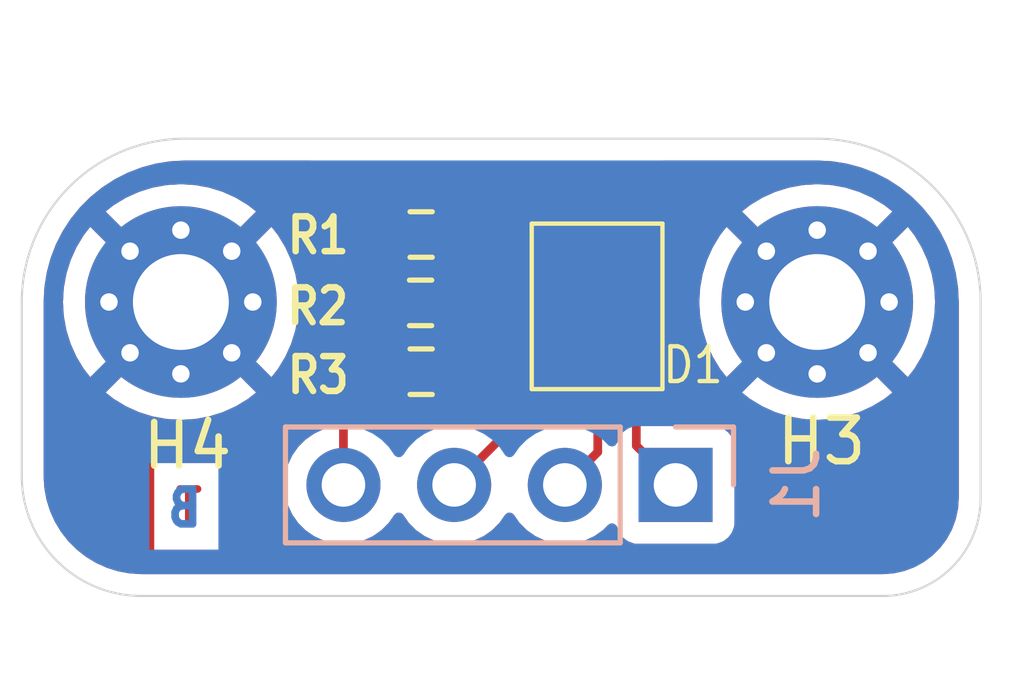
<source format=kicad_pcb>
(kicad_pcb (version 20240108) (generator "pcbnew") (generator_version "8.0")
  (layers (0 "F.Cu" signal) (31 "B.Cu" signal) (34 "B.Paste" user) (35 "F.Paste" user) (36 "B.SilkS" user "B.Silkscreen") (37 "F.SilkS" user "F.Silkscreen") (38 "B.Mask" user) (39 "F.Mask" user) (44 "Edge.Cuts" user))
  (net 0 "")
  (net 1 "GND")
  (net 2 "Net-(D1-GK)")
  (net 3 "Net-(D1-RK)")
  (net 4 "+5V")
  (net 5 "Net-(D1-BK)")
  (net 6 "Net-(D1-RA)")
  (net 7 "Net-(D1-GA)")
  (net 8 "Net-(D1-BA)")
  (footprint "Resistor_SMD:R_0603_1608Metric_Pad0.98x0.95mm_HandSolder" (layer "F.Cu") (at 50.65 89.02 180)
    (property "Reference" "R2" (at 2.3625 -0.08 180) (layer "F.SilkS") (effects (font (size 0.8 0.7))))
    (property "Value" "170")
    (fp_line (start -0.254724 0.5225) (end 0.254724 0.5225) (stroke (width 0.12)) (layer "F.SilkS"))
    (fp_line (start -0.254724 -0.5225) (end 0.254724 -0.5225) (stroke (width 0.12)) (layer "F.SilkS"))
    (pad "1" smd roundrect (at -0.9125 0 180) (size 0.975 0.95) (layers "F.Cu" "F.Paste" "F.Mask") (net 7 "Net-(D1-GA)"))
    (pad "2" smd roundrect (at 0.9125 0 180) (size 0.975 0.95) (layers "F.Cu" "F.Paste" "F.Mask") (net 4 "+5V"))
  )
  (footprint "MountingHole:MountingHole_2.2mm_M2_Pad_Via" (layer "F.Cu") (at 59.75 89 90)
    (property "Reference" "H3" (at -3.2 0.1 0) (layer "F.SilkS"))
    (property "Value" "MountingHole_Pad")
    (pad "1" thru_hole circle (at -1.65 0 90) (size 0.7 0.7) (drill 0.4) (layers "*.Cu" "*.Mask") (net 1 "GND"))
    (pad "1" thru_hole circle (at -1.166726 -1.166726 90) (size 0.7 0.7) (drill 0.4) (layers "*.Cu" "*.Mask") (net 1 "GND"))
    (pad "1" thru_hole circle (at -1.166726 1.166726 90) (size 0.7 0.7) (drill 0.4) (layers "*.Cu" "*.Mask") (net 1 "GND"))
    (pad "1" thru_hole circle (at 0 -1.65 90) (size 0.7 0.7) (drill 0.4) (layers "*.Cu" "*.Mask") (net 1 "GND"))
    (pad "1" thru_hole circle (at 0 0 90) (size 4.4 4.4) (drill 2.2) (layers "*.Cu" "*.Mask") (net 1 "GND"))
    (pad "1" thru_hole circle (at 0 1.65 90) (size 0.7 0.7) (drill 0.4) (layers "*.Cu" "*.Mask") (net 1 "GND"))
    (pad "1" thru_hole circle (at 1.166726 -1.166726 90) (size 0.7 0.7) (drill 0.4) (layers "*.Cu" "*.Mask") (net 1 "GND"))
    (pad "1" thru_hole circle (at 1.166726 1.166726 90) (size 0.7 0.7) (drill 0.4) (layers "*.Cu" "*.Mask") (net 1 "GND"))
    (pad "1" thru_hole circle (at 1.65 0 90) (size 0.7 0.7) (drill 0.4) (layers "*.Cu" "*.Mask") (net 1 "GND"))
  )
  (footprint "Resistor_SMD:R_0603_1608Metric_Pad0.98x0.95mm_HandSolder" (layer "F.Cu") (at 50.6625 87.45 180)
    (property "Reference" "R1" (at 2.3625 -0.02 180) (layer "F.SilkS") (effects (font (size 0.8 0.7))))
    (property "Value" "120")
    (fp_line (start -0.254724 0.5225) (end 0.254724 0.5225) (stroke (width 0.12)) (layer "F.SilkS"))
    (fp_line (start -0.254724 -0.5225) (end 0.254724 -0.5225) (stroke (width 0.12)) (layer "F.SilkS"))
    (pad "1" smd roundrect (at -0.9125 0 180) (size 0.975 0.95) (layers "F.Cu" "F.Paste" "F.Mask") (net 6 "Net-(D1-RA)"))
    (pad "2" smd roundrect (at 0.9125 0 180) (size 0.975 0.95) (layers "F.Cu" "F.Paste" "F.Mask") (net 4 "+5V"))
  )
  (footprint "MountingHole:MountingHole_2.2mm_M2_Pad_Via" (layer "F.Cu") (at 45.15 89 90)
    (property "Reference" "H4" (at -3.3 0.15 0) (layer "F.SilkS"))
    (property "Value" "MountingHole_Pad")
    (pad "1" thru_hole circle (at -1.65 0 90) (size 0.7 0.7) (drill 0.4) (layers "*.Cu" "*.Mask") (net 1 "GND"))
    (pad "1" thru_hole circle (at -1.166726 -1.166726 90) (size 0.7 0.7) (drill 0.4) (layers "*.Cu" "*.Mask") (net 1 "GND"))
    (pad "1" thru_hole circle (at -1.166726 1.166726 90) (size 0.7 0.7) (drill 0.4) (layers "*.Cu" "*.Mask") (net 1 "GND"))
    (pad "1" thru_hole circle (at 0 -1.65 90) (size 0.7 0.7) (drill 0.4) (layers "*.Cu" "*.Mask") (net 1 "GND"))
    (pad "1" thru_hole circle (at 0 0 90) (size 4.4 4.4) (drill 2.2) (layers "*.Cu" "*.Mask") (net 1 "GND"))
    (pad "1" thru_hole circle (at 0 1.65 90) (size 0.7 0.7) (drill 0.4) (layers "*.Cu" "*.Mask") (net 1 "GND"))
    (pad "1" thru_hole circle (at 1.166726 -1.166726 90) (size 0.7 0.7) (drill 0.4) (layers "*.Cu" "*.Mask") (net 1 "GND"))
    (pad "1" thru_hole circle (at 1.166726 1.166726 90) (size 0.7 0.7) (drill 0.4) (layers "*.Cu" "*.Mask") (net 1 "GND"))
    (pad "1" thru_hole circle (at 1.65 0 90) (size 0.7 0.7) (drill 0.4) (layers "*.Cu" "*.Mask") (net 1 "GND"))
  )
  (footprint "Resistor_SMD:R_0603_1608Metric_Pad0.98x0.95mm_HandSolder" (layer "F.Cu") (at 50.6625 90.6 180)
    (property "Reference" "R3" (at 2.3625 -0.08 180) (layer "F.SilkS") (effects (font (size 0.8 0.7))))
    (property "Value" "170")
    (fp_line (start -0.254724 0.5225) (end 0.254724 0.5225) (stroke (width 0.12)) (layer "F.SilkS"))
    (fp_line (start -0.254724 -0.5225) (end 0.254724 -0.5225) (stroke (width 0.12)) (layer "F.SilkS"))
    (pad "1" smd roundrect (at -0.9125 0 180) (size 0.975 0.95) (layers "F.Cu" "F.Paste" "F.Mask") (net 8 "Net-(D1-BA)"))
    (pad "2" smd roundrect (at 0.9125 0 180) (size 0.975 0.95) (layers "F.Cu" "F.Paste" "F.Mask") (net 4 "+5V"))
  )
  (footprint "LibLED:LED RGB" (layer "F.Cu") (at 55.6 88 -90)
    (property "Reference" "D1" (at 2.45 -1.3 0) (layer "F.SilkS") (effects (font (size 0.8 0.7) (thickness 0.1))))
    (property "Value" "LED_RGB")
    (fp_line (start -0.8 2.4) (end -0.8 -0.6) (stroke (width 0.1)) (layer "F.SilkS"))
    (fp_line (start 3 2.4) (end -0.8 2.4) (stroke (width 0.1)) (layer "F.SilkS"))
    (fp_line (start -0.8 -0.6) (end 3 -0.6) (stroke (width 0.1)) (layer "F.SilkS"))
    (fp_line (start 3 -0.6) (end 3 2.4) (stroke (width 0.1)) (layer "F.SilkS"))
    (pad "1" smd roundrect (at 0 0 270) (size 0.88 0.52) (layers "F.Cu" "F.Paste" "F.Mask") (net 6 "Net-(D1-RA)"))
    (pad "2" smd roundrect (at 2.23 0 270) (size 0.88 0.52) (layers "F.Cu" "F.Paste" "F.Mask") (net 3 "Net-(D1-RK)"))
    (pad "3" smd roundrect (at 0 0.885 270) (size 0.88 0.52) (layers "F.Cu" "F.Paste" "F.Mask") (net 7 "Net-(D1-GA)"))
    (pad "4" smd roundrect (at 2.23 0.885 270) (size 0.88 0.52) (layers "F.Cu" "F.Paste" "F.Mask") (net 2 "Net-(D1-GK)"))
    (pad "5" smd roundrect (at 0 1.7705 270) (size 0.88 0.52) (layers "F.Cu" "F.Paste" "F.Mask") (net 8 "Net-(D1-BA)"))
    (pad "6" smd roundrect (at 2.23 1.7705 270) (size 0.88 0.52) (layers "F.Cu" "F.Paste" "F.Mask") (net 5 "Net-(D1-BK)"))
  )
  (footprint "Connector_PinSocket_2.54mm:PinSocket_1x04_P2.54mm_Vertical" (layer "B.Cu") (at 56.5 93.2 90)
    (property "Reference" "J1" (at 0 2.77 270) (layer "B.SilkS") (effects (justify mirror)))
    (property "Value" "Conn_01x04")
    (fp_line (start 1.33 -8.95) (end -1.33 -8.95) (stroke (width 0.12)) (layer "B.SilkS"))
    (fp_line (start 1.33 -8.95) (end 1.33 -1.27) (stroke (width 0.12)) (layer "B.SilkS"))
    (fp_line (start -1.33 -8.95) (end -1.33 -1.27) (stroke (width 0.12)) (layer "B.SilkS"))
    (fp_line (start 1.33 -1.27) (end -1.33 -1.27) (stroke (width 0.12)) (layer "B.SilkS"))
    (fp_line (start 1.33 0) (end 1.33 1.33) (stroke (width 0.12)) (layer "B.SilkS"))
    (fp_line (start 1.33 1.33) (end 0 1.33) (stroke (width 0.12)) (layer "B.SilkS"))
    (pad "1" thru_hole rect (at 0 0 90) (size 1.7 1.7) (drill 1) (layers "*.Cu" "*.Mask") (net 3 "Net-(D1-RK)"))
    (pad "2" thru_hole oval (at 0 -2.54 90) (size 1.7 1.7) (drill 1) (layers "*.Cu" "*.Mask") (net 2 "Net-(D1-GK)"))
    (pad "3" thru_hole oval (at 0 -5.08 90) (size 1.7 1.7) (drill 1) (layers "*.Cu" "*.Mask") (net 5 "Net-(D1-BK)"))
    (pad "4" thru_hole oval (at 0 -7.62 90) (size 1.7 1.7) (drill 1) (layers "*.Cu" "*.Mask") (net 4 "+5V"))
  )
  (gr_arc (start 44.25 95.75) (mid 42.305456 94.944544) (end 41.5 93) (stroke (width 0.05)) (layer "Edge.Cuts"))
  (gr_arc (start 41.5 89) (mid 42.59835 86.34835) (end 45.25 85.25) (stroke (width 0.05)) (layer "Edge.Cuts"))
  (gr_line (start 41.5 93) (end 41.5 89) (stroke (width 0.05)) (layer "Edge.Cuts"))
  (gr_arc (start 63.5 93.5) (mid 62.84099 95.09099) (end 61.25 95.75) (stroke (width 0.05)) (layer "Edge.Cuts"))
  (gr_line (start 59.75 85.25) (end 45.25 85.25) (stroke (width 0.05)) (layer "Edge.Cuts"))
  (gr_arc (start 59.75 85.25) (mid 62.40165 86.34835) (end 63.5 89) (stroke (width 0.05)) (layer "Edge.Cuts"))
  (gr_line (start 61.25 95.75) (end 44.25 95.75) (stroke (width 0.05)) (layer "Edge.Cuts"))
  (gr_line (start 63.5 89) (end 63.5 93.5) (stroke (width 0.05)) (layer "Edge.Cuts"))
  (gr_text "Fernandes Vincent" (at 48.6 86.65 0) (layer "F.Cu") (effects (font (size 0.5 0.5) (thickness 0.125) (bold yes)) (justify left bottom)))
  (gr_text "T\n" (at 44.95 94.2 0) (layer "F.Cu") (effects (font (size 0.8 0.7) (thickness 0.175) (bold yes)) (justify left bottom)))
  (gr_text "B" (at 45.7 94.2 0) (layer "B.Cu") (effects (font (size 0.8 0.7) (thickness 0.175) (bold yes)) (justify left bottom mirror)))
  (segment (start 54.715 90.23) (end 54.715 92.445) (width 0.2) (layer "F.Cu") (net 2))
  (segment (start 54.715 92.445) (end 53.96 93.2) (width 0.2) (layer "F.Cu") (net 2))
  (segment (start 55.6 90.23) (end 55.6 92.3) (width 0.2) (layer "F.Cu") (net 3))
  (segment (start 55.6 92.3) (end 56.5 93.2) (width 0.2) (layer "F.Cu") (net 3))
  (segment (start 48.88 91.47) (end 49.75 90.6) (width 0.2) (layer "F.Cu") (net 4))
  (segment (start 49.75 90.6) (end 49.75 89.0325) (width 0.2) (layer "F.Cu") (net 4))
  (segment (start 49.75 89.0325) (end 49.7375 89.02) (width 0.2) (layer "F.Cu") (net 4))
  (segment (start 49.75 89.0075) (end 49.7375 89.02) (width 0.2) (layer "F.Cu") (net 4))
  (segment (start 48.88 93.2) (end 48.88 91.47) (width 0.2) (layer "F.Cu") (net 4))
  (segment (start 49.75 87.45) (end 49.75 89.0075) (width 0.2) (layer "F.Cu") (net 4))
  (segment (start 53.8295 90.23) (end 53.8295 90.7905) (width 0.2) (layer "F.Cu") (net 5))
  (segment (start 53.8295 90.7905) (end 51.42 93.2) (width 0.2) (layer "F.Cu") (net 5))
  (segment (start 55.6 87.56) (end 55.6 88) (width 0.2) (layer "F.Cu") (net 6))
  (segment (start 51.575 87.45) (end 52.165 86.86) (width 0.2) (layer "F.Cu") (net 6))
  (segment (start 54.9 86.86) (end 55.6 87.56) (width 0.2) (layer "F.Cu") (net 6))
  (segment (start 52.165 86.86) (end 54.9 86.86) (width 0.2) (layer "F.Cu") (net 6))
  (segment (start 51.5625 89.02) (end 53.3225 87.26) (width 0.2) (layer "F.Cu") (net 7))
  (segment (start 54.715 87.465) (end 54.715 88) (width 0.2) (layer "F.Cu") (net 7))
  (segment (start 53.3225 87.26) (end 54.51 87.26) (width 0.2) (layer "F.Cu") (net 7))
  (segment (start 54.51 87.26) (end 54.715 87.465) (width 0.2) (layer "F.Cu") (net 7))
  (segment (start 51.575 90.6) (end 53.8295 88.3455) (width 0.2) (layer "F.Cu") (net 8))
  (segment (start 53.8295 88.3455) (end 53.8295 88) (width 0.2) (layer "F.Cu") (net 8))
  (zone (net 1) (net_name "GND") (layers "F&B.Cu") (connect_pads (clearance 0.5)) (min_thickness 0.25) (fill yes (thermal_gap 0.5) (thermal_bridge_width 0.5))
    (polygon (pts (xy 64.5 84.5) (xy 41 84.5) (xy 41 96.5) (xy 64.5 96.5)))
  )
)
</source>
